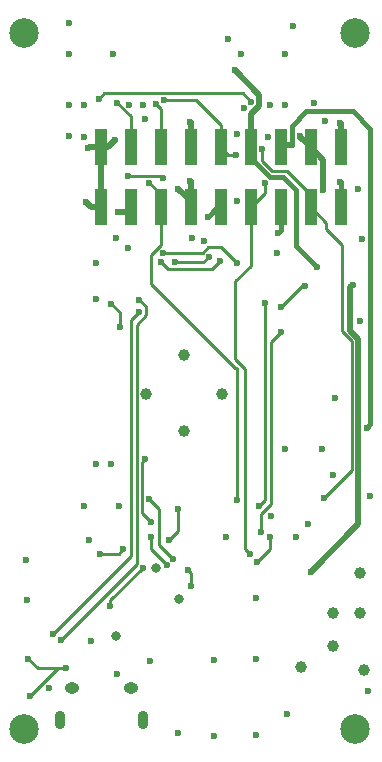
<source format=gbr>
G04 #@! TF.GenerationSoftware,KiCad,Pcbnew,5.1.7-a382d34a88~90~ubuntu20.04.1*
G04 #@! TF.CreationDate,2022-01-21T18:15:31-06:00*
G04 #@! TF.ProjectId,strike-controller,73747269-6b65-42d6-936f-6e74726f6c6c,rev?*
G04 #@! TF.SameCoordinates,Original*
G04 #@! TF.FileFunction,Copper,L4,Bot*
G04 #@! TF.FilePolarity,Positive*
%FSLAX46Y46*%
G04 Gerber Fmt 4.6, Leading zero omitted, Abs format (unit mm)*
G04 Created by KiCad (PCBNEW 5.1.7-a382d34a88~90~ubuntu20.04.1) date 2022-01-21 18:15:31*
%MOMM*%
%LPD*%
G01*
G04 APERTURE LIST*
G04 #@! TA.AperFunction,ComponentPad*
%ADD10C,2.500000*%
G04 #@! TD*
G04 #@! TA.AperFunction,SMDPad,CuDef*
%ADD11R,1.000000X3.150000*%
G04 #@! TD*
G04 #@! TA.AperFunction,ComponentPad*
%ADD12O,0.890000X1.550000*%
G04 #@! TD*
G04 #@! TA.AperFunction,ComponentPad*
%ADD13O,1.250000X0.950000*%
G04 #@! TD*
G04 #@! TA.AperFunction,ViaPad*
%ADD14C,0.600000*%
G04 #@! TD*
G04 #@! TA.AperFunction,ViaPad*
%ADD15C,0.800000*%
G04 #@! TD*
G04 #@! TA.AperFunction,ViaPad*
%ADD16C,1.000000*%
G04 #@! TD*
G04 #@! TA.AperFunction,Conductor*
%ADD17C,0.500000*%
G04 #@! TD*
G04 #@! TA.AperFunction,Conductor*
%ADD18C,0.400000*%
G04 #@! TD*
G04 #@! TA.AperFunction,Conductor*
%ADD19C,0.250000*%
G04 #@! TD*
G04 APERTURE END LIST*
D10*
X160500000Y-115925000D03*
X160500000Y-56950000D03*
X132525000Y-115900000D03*
X132500000Y-56950000D03*
D11*
X159310000Y-71710000D03*
X159310000Y-66660000D03*
X156770000Y-71710000D03*
X156770000Y-66660000D03*
X154230000Y-71710000D03*
X154230000Y-66660000D03*
X151690000Y-71710000D03*
X151690000Y-66660000D03*
X149150000Y-71710000D03*
X149150000Y-66660000D03*
X146610000Y-71710000D03*
X146610000Y-66660000D03*
X144070000Y-71710000D03*
X144070000Y-66660000D03*
X141530000Y-71710000D03*
X141530000Y-66660000D03*
X138990000Y-71710000D03*
X138990000Y-66660000D03*
D12*
X142600000Y-115175000D03*
X135600000Y-115175000D03*
D13*
X141600000Y-112475000D03*
X136600000Y-112475000D03*
D14*
X152175000Y-116450000D03*
X148625000Y-116475000D03*
X148625000Y-110050000D03*
X152175000Y-110025000D03*
X140400000Y-111300000D03*
D15*
X140275000Y-108050000D03*
X143700000Y-102300000D03*
D14*
X138200000Y-108500000D03*
X143208051Y-110133051D03*
X137550000Y-97025000D03*
X138600000Y-93450000D03*
D16*
X146075000Y-84275000D03*
X149300000Y-87525000D03*
X146075000Y-90725000D03*
D14*
X154600000Y-92200000D03*
X157700000Y-92225000D03*
X158650000Y-94425000D03*
X158850000Y-87875000D03*
D16*
X142875010Y-87524906D03*
D14*
X149575000Y-99650000D03*
X155575000Y-99650000D03*
X156525000Y-98600000D03*
X161650000Y-112700000D03*
X154800000Y-114625000D03*
D16*
X160925000Y-106100000D03*
X160925000Y-102675000D03*
D14*
X152150000Y-104850000D03*
X161099981Y-74425000D03*
D15*
X145609063Y-104915618D03*
D14*
X160979991Y-81400000D03*
X159300000Y-64575000D03*
X153150000Y-65775000D03*
X140050000Y-58800000D03*
X136325000Y-63075000D03*
X136325000Y-65725000D03*
X142575000Y-63075000D03*
X146600000Y-64550000D03*
X138575000Y-79550000D03*
X138600000Y-76475000D03*
X141350000Y-75175000D03*
X140325000Y-74375000D03*
X153350000Y-63075010D03*
X142778551Y-64298342D03*
X132650000Y-101625000D03*
X134635636Y-112473262D03*
X146775000Y-74325000D03*
X153958051Y-75583051D03*
X147771509Y-74609556D03*
X157999990Y-64429144D03*
X157075000Y-62924990D03*
X159275000Y-69600000D03*
X137975000Y-99900000D03*
X140550000Y-97000000D03*
X139875000Y-93475000D03*
X161775000Y-96175000D03*
D16*
X158650000Y-108925000D03*
X156000000Y-110650000D03*
X161275000Y-110900000D03*
X158675000Y-106075000D03*
D14*
X145550000Y-116225000D03*
X161549991Y-90400000D03*
X154600000Y-63050000D03*
X155175000Y-66500000D03*
X138850000Y-62550000D03*
X151743201Y-62793201D03*
X132725000Y-105000000D03*
X153450010Y-97850000D03*
X143275000Y-99625000D03*
X144634337Y-102044619D03*
X143275000Y-98425000D03*
X142750000Y-93075000D03*
X154275000Y-80200000D03*
X156275000Y-78400000D03*
X132875000Y-109950000D03*
X136100000Y-110775000D03*
X133050000Y-113099990D03*
X140475000Y-72125000D03*
X150550000Y-65525000D03*
X149775000Y-57500000D03*
X150875000Y-58775000D03*
X154600000Y-58775000D03*
X155250000Y-56375000D03*
X136350000Y-56175000D03*
X136325000Y-58800000D03*
X137550000Y-63075000D03*
X137575000Y-65775000D03*
X137950000Y-66700000D03*
X137775000Y-71275000D03*
X140200000Y-66050000D03*
X146600000Y-69550000D03*
X160775000Y-70175000D03*
X141371151Y-63057963D03*
X151155656Y-63380746D03*
X145575010Y-70181834D03*
X150575000Y-71200000D03*
X154000000Y-73900000D03*
X156775000Y-102650000D03*
X160325000Y-78350000D03*
X160150000Y-81425000D03*
X148050000Y-72550000D03*
X144371279Y-62671279D03*
X150500000Y-67325000D03*
X155900000Y-65675000D03*
X157850000Y-70275000D03*
X150333780Y-60108780D03*
X157300000Y-76800000D03*
X146650000Y-103850000D03*
X146425000Y-102475000D03*
X145150000Y-101500000D03*
X143075006Y-96422478D03*
X139800000Y-105525000D03*
X142575000Y-102250000D03*
X138950000Y-101075000D03*
X140900000Y-100700000D03*
X144775000Y-99925000D03*
X145575000Y-97275000D03*
X152550000Y-99200000D03*
X154275000Y-82300000D03*
X152875000Y-79850000D03*
X152380726Y-97056087D03*
X153325000Y-99650000D03*
X152278372Y-101760819D03*
X135625000Y-108350000D03*
X142275000Y-79575000D03*
X135000000Y-107875000D03*
X142225000Y-80650000D03*
X152675000Y-66825000D03*
X157875000Y-96400000D03*
X150525000Y-96525000D03*
X143125000Y-69675010D03*
X152894597Y-69659225D03*
X151625000Y-101100000D03*
X145325000Y-76400000D03*
X148166201Y-75921987D03*
X140375000Y-62875000D03*
X149125000Y-76275000D03*
X144118096Y-76402618D03*
X143675000Y-63025000D03*
X140600000Y-81850000D03*
X139900000Y-79925000D03*
X141300000Y-69100000D03*
X144300000Y-69275000D03*
X144300000Y-75575000D03*
X150547057Y-76470021D03*
D17*
X159310000Y-64585000D02*
X159300000Y-64575000D01*
X159310000Y-66660000D02*
X159310000Y-64585000D01*
X146610000Y-64560000D02*
X146600000Y-64550000D01*
X146610000Y-66660000D02*
X146610000Y-64560000D01*
D18*
X159310000Y-69635000D02*
X159275000Y-69600000D01*
X159310000Y-71710000D02*
X159310000Y-69635000D01*
D17*
X154390000Y-66500000D02*
X154230000Y-66660000D01*
X155175000Y-66500000D02*
X154390000Y-66500000D01*
D19*
X139303723Y-62096277D02*
X151046277Y-62096277D01*
X138850000Y-62550000D02*
X139303723Y-62096277D01*
X151046277Y-62096277D02*
X151743201Y-62793201D01*
D18*
X155175000Y-66500000D02*
X155175000Y-64825000D01*
X155175000Y-64825000D02*
X156375000Y-63625000D01*
X156375000Y-63625000D02*
X160350000Y-63625000D01*
X160350000Y-63625000D02*
X161825000Y-65100000D01*
X161825000Y-90124991D02*
X161549991Y-90400000D01*
X161825000Y-65100000D02*
X161825000Y-90124991D01*
D19*
X143275000Y-99625000D02*
X143275000Y-100685282D01*
X143275000Y-100685282D02*
X144634337Y-102044619D01*
X143275000Y-98425000D02*
X142500000Y-97650000D01*
X142500000Y-93325000D02*
X142750000Y-93075000D01*
X142500000Y-97650000D02*
X142500000Y-93325000D01*
X156075000Y-78400000D02*
X156275000Y-78400000D01*
X154275000Y-80200000D02*
X156075000Y-78400000D01*
X133700000Y-110775000D02*
X136100000Y-110775000D01*
X132875000Y-109950000D02*
X133700000Y-110775000D01*
X136100000Y-110775000D02*
X135374990Y-110775000D01*
X135374990Y-110775000D02*
X133050000Y-113099990D01*
D17*
X141115000Y-72125000D02*
X141530000Y-71710000D01*
X140475000Y-72125000D02*
X141115000Y-72125000D01*
X137990000Y-66660000D02*
X137950000Y-66700000D01*
X138990000Y-66660000D02*
X137990000Y-66660000D01*
X139590000Y-66660000D02*
X140200000Y-66050000D01*
X138990000Y-66660000D02*
X139590000Y-66660000D01*
X146610000Y-69560000D02*
X146600000Y-69550000D01*
X146610000Y-71710000D02*
X146610000Y-69560000D01*
X138210000Y-71710000D02*
X137775000Y-71275000D01*
X138990000Y-71710000D02*
X138210000Y-71710000D01*
X138990000Y-71710000D02*
X138990000Y-66660000D01*
X146610000Y-71710000D02*
X146610000Y-71216824D01*
X146610000Y-71216824D02*
X145575010Y-70181834D01*
D18*
X154230000Y-73670000D02*
X154000000Y-73900000D01*
X154230000Y-71710000D02*
X154230000Y-73670000D01*
D17*
X156775000Y-102650000D02*
X160825000Y-98600000D01*
X160825000Y-98600000D02*
X160825000Y-82875000D01*
X160825000Y-82875000D02*
X160150000Y-82200000D01*
X160150000Y-78525000D02*
X160325000Y-78350000D01*
X160150000Y-81425000D02*
X160150000Y-78525000D01*
X160150000Y-82200000D02*
X160150000Y-81375000D01*
X160150000Y-81375000D02*
X160150000Y-81425000D01*
D18*
X148890000Y-71710000D02*
X148050000Y-72550000D01*
X149150000Y-71710000D02*
X148890000Y-71710000D01*
D19*
X149150000Y-66660000D02*
X149150000Y-64750000D01*
X147071279Y-62671279D02*
X144371279Y-62671279D01*
X149150000Y-64750000D02*
X147071279Y-62671279D01*
X149815000Y-67325000D02*
X149150000Y-66660000D01*
X150500000Y-67325000D02*
X149815000Y-67325000D01*
D17*
X155900000Y-65790000D02*
X156770000Y-66660000D01*
X155900000Y-65675000D02*
X155900000Y-65790000D01*
X157850000Y-67740000D02*
X157850000Y-70275000D01*
X156770000Y-66660000D02*
X157850000Y-67740000D01*
X151690000Y-63882404D02*
X152443202Y-63129202D01*
X152443202Y-62218202D02*
X150333780Y-60108780D01*
X152443202Y-63129202D02*
X152443202Y-62218202D01*
X151690000Y-66660000D02*
X151690000Y-63882404D01*
D18*
X151690000Y-66660000D02*
X151690000Y-67536766D01*
X155500000Y-70274998D02*
X155500000Y-75000000D01*
X155500000Y-75000000D02*
X157300000Y-76800000D01*
X151690000Y-67536766D02*
X153328245Y-69175011D01*
X154400013Y-69175011D02*
X155500000Y-70274998D01*
X153328245Y-69175011D02*
X154400013Y-69175011D01*
D19*
X146650000Y-102700000D02*
X146425000Y-102475000D01*
X146650000Y-103850000D02*
X146650000Y-102700000D01*
X143975000Y-100325000D02*
X143975000Y-97322472D01*
X145150000Y-101500000D02*
X143975000Y-100325000D01*
X143975000Y-97322472D02*
X143075006Y-96422478D01*
X139800000Y-105025000D02*
X142575000Y-102250000D01*
X139800000Y-105525000D02*
X139800000Y-105025000D01*
X140525000Y-101075000D02*
X140900000Y-100700000D01*
X138950000Y-101075000D02*
X140525000Y-101075000D01*
X145575000Y-99125000D02*
X145575000Y-97275000D01*
X144775000Y-99925000D02*
X145575000Y-99125000D01*
X152550000Y-99200000D02*
X152550000Y-97700000D01*
X152550000Y-97700000D02*
X153400000Y-96850000D01*
X153400000Y-83175000D02*
X154275000Y-82300000D01*
X153400000Y-96850000D02*
X153400000Y-83175000D01*
X152875000Y-96561813D02*
X152380726Y-97056087D01*
X152875000Y-79850000D02*
X152875000Y-96561813D01*
X153325000Y-99650000D02*
X153325000Y-100714191D01*
X153325000Y-100714191D02*
X152278372Y-101760819D01*
X142825002Y-80125002D02*
X142275000Y-79575000D01*
X135625000Y-108350000D02*
X142050000Y-101925000D01*
X142050000Y-101925000D02*
X142050000Y-81676004D01*
X142050000Y-81676004D02*
X142825002Y-80901002D01*
X142825002Y-80901002D02*
X142825002Y-80125002D01*
X135000000Y-107875000D02*
X141575000Y-101300000D01*
X141575000Y-101300000D02*
X141575000Y-93150000D01*
X141575000Y-81300000D02*
X142225000Y-80650000D01*
X141575000Y-93150000D02*
X141575000Y-81300000D01*
X156770000Y-71710000D02*
X156770000Y-70670000D01*
X156770000Y-70670000D02*
X154800000Y-68700000D01*
X154800000Y-68700000D02*
X153525000Y-68700000D01*
X152675000Y-67850000D02*
X152675000Y-66825000D01*
X153525000Y-68700000D02*
X152675000Y-67850000D01*
X157875000Y-96400000D02*
X160250000Y-94025000D01*
X159624991Y-82417467D02*
X159624991Y-82399991D01*
X160250000Y-83042476D02*
X159624991Y-82417467D01*
X160250000Y-94025000D02*
X160250000Y-83042476D01*
X159624991Y-82399991D02*
X159450000Y-82225000D01*
X159450000Y-74900000D02*
X158100000Y-73550000D01*
X159450000Y-82225000D02*
X159450000Y-74900000D01*
X158100000Y-73040000D02*
X156770000Y-71710000D01*
X158100000Y-73550000D02*
X158100000Y-73040000D01*
X144070000Y-70620010D02*
X143125000Y-69675010D01*
X144070000Y-71710000D02*
X144070000Y-70620010D01*
X150525000Y-96100736D02*
X150525000Y-96525000D01*
X150525000Y-85315700D02*
X150525000Y-96100736D01*
X150340700Y-85315700D02*
X150525000Y-85315700D01*
X143225000Y-78200000D02*
X150340700Y-85315700D01*
X143225000Y-75798998D02*
X143225000Y-78200000D01*
X144070000Y-74953998D02*
X143225000Y-75798998D01*
X144070000Y-71710000D02*
X144070000Y-74953998D01*
X152894597Y-70505403D02*
X152894597Y-69659225D01*
X151690000Y-71710000D02*
X152894597Y-70505403D01*
X151690000Y-71710000D02*
X151690000Y-76710000D01*
X151690000Y-76710000D02*
X150375000Y-78025000D01*
X150375000Y-78025000D02*
X150375000Y-84600000D01*
X150375000Y-84600000D02*
X151200000Y-85425000D01*
X151200000Y-85425000D02*
X151200000Y-100675000D01*
X151200000Y-100675000D02*
X151625000Y-101100000D01*
X145325000Y-76400000D02*
X147688188Y-76400000D01*
X147688188Y-76400000D02*
X148166201Y-75921987D01*
X140375000Y-62875000D02*
X141530000Y-64030000D01*
X141530000Y-64030000D02*
X141530000Y-66660000D01*
X149125000Y-76275000D02*
X148425000Y-76975000D01*
X148425000Y-76975000D02*
X144690478Y-76975000D01*
X144690478Y-76975000D02*
X144118096Y-76402618D01*
X144070000Y-63420000D02*
X143675000Y-63025000D01*
X144070000Y-66660000D02*
X144070000Y-63420000D01*
X140600000Y-80625000D02*
X139900000Y-79925000D01*
X140600000Y-81850000D02*
X140600000Y-80625000D01*
X144125000Y-69100000D02*
X144300000Y-69275000D01*
X141300000Y-69100000D02*
X144125000Y-69100000D01*
X144300000Y-75575000D02*
X147700000Y-75575000D01*
X147700000Y-75575000D02*
X148125000Y-75150000D01*
X149227036Y-75150000D02*
X150547057Y-76470021D01*
X148125000Y-75150000D02*
X149227036Y-75150000D01*
M02*

</source>
